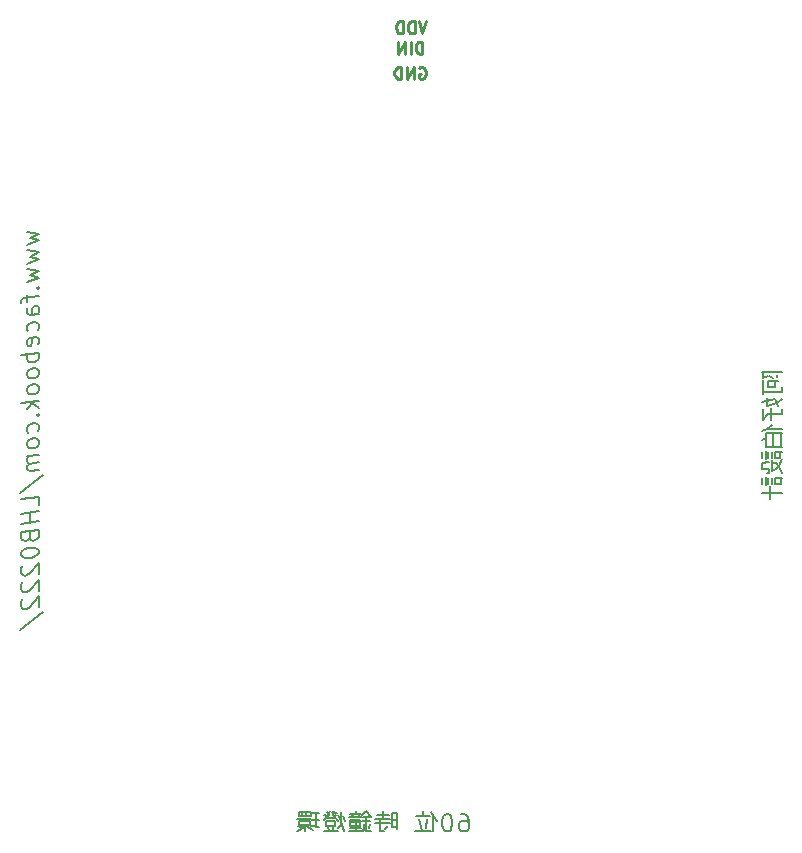
<source format=gbr>
%TF.GenerationSoftware,KiCad,Pcbnew,(6.0.4)*%
%TF.CreationDate,2022-06-17T20:48:29+08:00*%
%TF.ProjectId,WS2812_2020_60bit,57533238-3132-45f3-9230-32305f363062,rev?*%
%TF.SameCoordinates,Original*%
%TF.FileFunction,Legend,Bot*%
%TF.FilePolarity,Positive*%
%FSLAX46Y46*%
G04 Gerber Fmt 4.6, Leading zero omitted, Abs format (unit mm)*
G04 Created by KiCad (PCBNEW (6.0.4)) date 2022-06-17 20:48:29*
%MOMM*%
%LPD*%
G01*
G04 APERTURE LIST*
%ADD10C,0.250000*%
%ADD11C,0.200000*%
G04 APERTURE END LIST*
D10*
X233886133Y-41635580D02*
X233552800Y-42635580D01*
X233219466Y-41635580D01*
X232886133Y-42635580D02*
X232886133Y-41635580D01*
X232648038Y-41635580D01*
X232505180Y-41683200D01*
X232409942Y-41778438D01*
X232362323Y-41873676D01*
X232314704Y-42064152D01*
X232314704Y-42207009D01*
X232362323Y-42397485D01*
X232409942Y-42492723D01*
X232505180Y-42587961D01*
X232648038Y-42635580D01*
X232886133Y-42635580D01*
X231886133Y-42635580D02*
X231886133Y-41635580D01*
X231648038Y-41635580D01*
X231505180Y-41683200D01*
X231409942Y-41778438D01*
X231362323Y-41873676D01*
X231314704Y-42064152D01*
X231314704Y-42207009D01*
X231362323Y-42397485D01*
X231409942Y-42492723D01*
X231505180Y-42587961D01*
X231648038Y-42635580D01*
X231886133Y-42635580D01*
X233274704Y-45553200D02*
X233369942Y-45505580D01*
X233512800Y-45505580D01*
X233655657Y-45553200D01*
X233750895Y-45648438D01*
X233798514Y-45743676D01*
X233846133Y-45934152D01*
X233846133Y-46077009D01*
X233798514Y-46267485D01*
X233750895Y-46362723D01*
X233655657Y-46457961D01*
X233512800Y-46505580D01*
X233417561Y-46505580D01*
X233274704Y-46457961D01*
X233227085Y-46410342D01*
X233227085Y-46077009D01*
X233417561Y-46077009D01*
X232798514Y-46505580D02*
X232798514Y-45505580D01*
X232227085Y-46505580D01*
X232227085Y-45505580D01*
X231750895Y-46505580D02*
X231750895Y-45505580D01*
X231512800Y-45505580D01*
X231369942Y-45553200D01*
X231274704Y-45648438D01*
X231227085Y-45743676D01*
X231179466Y-45934152D01*
X231179466Y-46077009D01*
X231227085Y-46267485D01*
X231274704Y-46362723D01*
X231369942Y-46457961D01*
X231512800Y-46505580D01*
X231750895Y-46505580D01*
D11*
X262399942Y-71983200D02*
X262399942Y-73197485D01*
X263399942Y-72054628D02*
X263399942Y-72626057D01*
X263542800Y-71554628D02*
X263542800Y-71768914D01*
X263971371Y-72554628D02*
X263971371Y-72983200D01*
X262328514Y-71340342D02*
X263971371Y-71340342D01*
X262828514Y-72054628D02*
X263614228Y-72054628D01*
X262828514Y-72054628D02*
X262828514Y-72626057D01*
X263399942Y-72626057D01*
X262399942Y-72983200D02*
X263971371Y-72983200D01*
X262899942Y-71697485D02*
X263257085Y-71840342D01*
X262399942Y-71340342D02*
X262399942Y-71840342D01*
X262828514Y-71626057D01*
X263042800Y-74340342D02*
X263042800Y-75411771D01*
X263971371Y-74483200D02*
X263971371Y-74840342D01*
X262757085Y-74840342D02*
X263971371Y-74840342D01*
X262399942Y-74411771D02*
X262399942Y-75340342D01*
X262757085Y-74983200D01*
X262257085Y-73840342D02*
X263399942Y-73626057D01*
X263614228Y-74197485D01*
X262685657Y-73554628D02*
X262685657Y-74197485D01*
X263542800Y-73983200D01*
X263971371Y-73626057D01*
X263257085Y-76483200D02*
X263257085Y-77626057D01*
X263899942Y-76483200D02*
X263899942Y-77626057D01*
X262685657Y-76126057D02*
X263971371Y-76126057D01*
X262614228Y-76483200D02*
X263971371Y-76483200D01*
X262614228Y-76483200D02*
X262614228Y-77626057D01*
X263971371Y-77626057D01*
X262257085Y-77054628D02*
X262614228Y-76911771D01*
X262328514Y-76340342D02*
X262757085Y-76126057D01*
X263114228Y-75768914D01*
X262328514Y-78126057D02*
X262328514Y-78626057D01*
X262614228Y-77983200D02*
X262614228Y-78697485D01*
X262828514Y-78054628D02*
X262828514Y-78626057D01*
X262899942Y-79554628D02*
X262899942Y-79840342D01*
X263114228Y-78054628D02*
X263114228Y-78626057D01*
X263828514Y-78054628D02*
X263828514Y-78626057D01*
X263399942Y-78054628D02*
X263971371Y-78054628D01*
X263399942Y-78054628D02*
X263399942Y-78626057D01*
X263828514Y-78626057D01*
X262328514Y-78983200D02*
X262328514Y-79554628D01*
X262899942Y-79554628D01*
X262685657Y-79840342D02*
X262899942Y-79840342D01*
X263185657Y-78983200D02*
X263471371Y-79054628D01*
X263757085Y-79340342D01*
X263971371Y-79840342D01*
X263114228Y-78768914D02*
X263114228Y-79697485D01*
X263471371Y-79554628D01*
X263757085Y-79268914D01*
X263971371Y-78697485D01*
X262328514Y-78983200D02*
X262899942Y-78911771D01*
X262328514Y-80268914D02*
X262328514Y-80840342D01*
X262614228Y-80197485D02*
X262614228Y-80911771D01*
X262828514Y-80268914D02*
X262828514Y-80840342D01*
X262971371Y-80983200D02*
X262971371Y-82054628D01*
X263114228Y-80268914D02*
X263114228Y-80840342D01*
X263899942Y-80268914D02*
X263899942Y-80840342D01*
X263399942Y-80268914D02*
X263971371Y-80268914D01*
X263399942Y-80268914D02*
X263399942Y-80840342D01*
X263828514Y-80840342D01*
X262257085Y-81554628D02*
X263971371Y-81554628D01*
D10*
X233546609Y-44355580D02*
X233546609Y-43355580D01*
X233308514Y-43355580D01*
X233165657Y-43403200D01*
X233070419Y-43498438D01*
X233022800Y-43593676D01*
X232975180Y-43784152D01*
X232975180Y-43927009D01*
X233022800Y-44117485D01*
X233070419Y-44212723D01*
X233165657Y-44307961D01*
X233308514Y-44355580D01*
X233546609Y-44355580D01*
X232546609Y-44355580D02*
X232546609Y-43355580D01*
X232070419Y-44355580D02*
X232070419Y-43355580D01*
X231498990Y-44355580D01*
X231498990Y-43355580D01*
D11*
X200071371Y-59450476D02*
X201071371Y-59611191D01*
X200357085Y-59986191D01*
X201071371Y-60182619D01*
X200071371Y-60593333D01*
X200071371Y-61021905D02*
X201071371Y-61182619D01*
X200357085Y-61557619D01*
X201071371Y-61754048D01*
X200071371Y-62164762D01*
X200071371Y-62593333D02*
X201071371Y-62754048D01*
X200357085Y-63129048D01*
X201071371Y-63325476D01*
X200071371Y-63736191D01*
X200928514Y-64200476D02*
X200999942Y-64262976D01*
X201071371Y-64182619D01*
X200999942Y-64120119D01*
X200928514Y-64200476D01*
X201071371Y-64182619D01*
X200071371Y-64807619D02*
X200071371Y-65379048D01*
X201071371Y-64896905D02*
X199785657Y-65057619D01*
X199642800Y-65146905D01*
X199571371Y-65298691D01*
X199571371Y-65441548D01*
X201071371Y-66396905D02*
X200285657Y-66495119D01*
X200142800Y-66441548D01*
X200071371Y-66307619D01*
X200071371Y-66021905D01*
X200142800Y-65870119D01*
X200999942Y-66405833D02*
X201071371Y-66254048D01*
X201071371Y-65896905D01*
X200999942Y-65762976D01*
X200857085Y-65709405D01*
X200714228Y-65727262D01*
X200571371Y-65816548D01*
X200499942Y-65968333D01*
X200499942Y-66325476D01*
X200428514Y-66477262D01*
X200999942Y-67762976D02*
X201071371Y-67611191D01*
X201071371Y-67325476D01*
X200999942Y-67191548D01*
X200928514Y-67129048D01*
X200785657Y-67075476D01*
X200357085Y-67129048D01*
X200214228Y-67218333D01*
X200142800Y-67298691D01*
X200071371Y-67450476D01*
X200071371Y-67736191D01*
X200142800Y-67870119D01*
X200999942Y-68977262D02*
X201071371Y-68825476D01*
X201071371Y-68539762D01*
X200999942Y-68405833D01*
X200857085Y-68352262D01*
X200285657Y-68423691D01*
X200142800Y-68512976D01*
X200071371Y-68664762D01*
X200071371Y-68950476D01*
X200142800Y-69084405D01*
X200285657Y-69137976D01*
X200428514Y-69120119D01*
X200571371Y-68387976D01*
X201071371Y-69682619D02*
X199571371Y-69870119D01*
X200142800Y-69798691D02*
X200071371Y-69950476D01*
X200071371Y-70236191D01*
X200142800Y-70370119D01*
X200214228Y-70432619D01*
X200357085Y-70486191D01*
X200785657Y-70432619D01*
X200928514Y-70343333D01*
X200999942Y-70262976D01*
X201071371Y-70111191D01*
X201071371Y-69825476D01*
X200999942Y-69691548D01*
X201071371Y-71254048D02*
X200999942Y-71120119D01*
X200928514Y-71057619D01*
X200785657Y-71004048D01*
X200357085Y-71057619D01*
X200214228Y-71146905D01*
X200142800Y-71227262D01*
X200071371Y-71379048D01*
X200071371Y-71593333D01*
X200142800Y-71727262D01*
X200214228Y-71789762D01*
X200357085Y-71843333D01*
X200785657Y-71789762D01*
X200928514Y-71700476D01*
X200999942Y-71620119D01*
X201071371Y-71468333D01*
X201071371Y-71254048D01*
X201071371Y-72611191D02*
X200999942Y-72477262D01*
X200928514Y-72414762D01*
X200785657Y-72361191D01*
X200357085Y-72414762D01*
X200214228Y-72504048D01*
X200142800Y-72584405D01*
X200071371Y-72736191D01*
X200071371Y-72950476D01*
X200142800Y-73084405D01*
X200214228Y-73146905D01*
X200357085Y-73200476D01*
X200785657Y-73146905D01*
X200928514Y-73057619D01*
X200999942Y-72977262D01*
X201071371Y-72825476D01*
X201071371Y-72611191D01*
X201071371Y-73754048D02*
X199571371Y-73941548D01*
X200499942Y-73968333D02*
X201071371Y-74325476D01*
X200071371Y-74450476D02*
X200642800Y-73807619D01*
X200928514Y-74986191D02*
X200999942Y-75048691D01*
X201071371Y-74968333D01*
X200999942Y-74905833D01*
X200928514Y-74986191D01*
X201071371Y-74968333D01*
X200999942Y-76334405D02*
X201071371Y-76182619D01*
X201071371Y-75896905D01*
X200999942Y-75762976D01*
X200928514Y-75700476D01*
X200785657Y-75646905D01*
X200357085Y-75700476D01*
X200214228Y-75789762D01*
X200142800Y-75870119D01*
X200071371Y-76021905D01*
X200071371Y-76307619D01*
X200142800Y-76441548D01*
X201071371Y-77182619D02*
X200999942Y-77048691D01*
X200928514Y-76986191D01*
X200785657Y-76932619D01*
X200357085Y-76986191D01*
X200214228Y-77075476D01*
X200142800Y-77155833D01*
X200071371Y-77307619D01*
X200071371Y-77521905D01*
X200142800Y-77655833D01*
X200214228Y-77718333D01*
X200357085Y-77771905D01*
X200785657Y-77718333D01*
X200928514Y-77629048D01*
X200999942Y-77548691D01*
X201071371Y-77396905D01*
X201071371Y-77182619D01*
X201071371Y-78325476D02*
X200071371Y-78450476D01*
X200214228Y-78432619D02*
X200142800Y-78512976D01*
X200071371Y-78664762D01*
X200071371Y-78879048D01*
X200142800Y-79012976D01*
X200285657Y-79066548D01*
X201071371Y-78968333D01*
X200285657Y-79066548D02*
X200142800Y-79155833D01*
X200071371Y-79307619D01*
X200071371Y-79521905D01*
X200142800Y-79655833D01*
X200285657Y-79709405D01*
X201071371Y-79611191D01*
X199499942Y-81593333D02*
X201428514Y-80066548D01*
X201071371Y-82611191D02*
X201071371Y-81896905D01*
X199571371Y-82084405D01*
X201071371Y-83111191D02*
X199571371Y-83298691D01*
X200285657Y-83209405D02*
X200285657Y-84066548D01*
X201071371Y-83968333D02*
X199571371Y-84155833D01*
X200285657Y-85280833D02*
X200357085Y-85486191D01*
X200428514Y-85548691D01*
X200571371Y-85602262D01*
X200785657Y-85575476D01*
X200928514Y-85486191D01*
X200999942Y-85405833D01*
X201071371Y-85254048D01*
X201071371Y-84682619D01*
X199571371Y-84870119D01*
X199571371Y-85370119D01*
X199642800Y-85504048D01*
X199714228Y-85566548D01*
X199857085Y-85620119D01*
X199999942Y-85602262D01*
X200142800Y-85512976D01*
X200214228Y-85432619D01*
X200285657Y-85280833D01*
X200285657Y-84780833D01*
X199571371Y-86655833D02*
X199571371Y-86798691D01*
X199642800Y-86932619D01*
X199714228Y-86995119D01*
X199857085Y-87048691D01*
X200142800Y-87084405D01*
X200499942Y-87039762D01*
X200785657Y-86932619D01*
X200928514Y-86843333D01*
X200999942Y-86762976D01*
X201071371Y-86611191D01*
X201071371Y-86468333D01*
X200999942Y-86334405D01*
X200928514Y-86271905D01*
X200785657Y-86218333D01*
X200499942Y-86182619D01*
X200142800Y-86227262D01*
X199857085Y-86334405D01*
X199714228Y-86423691D01*
X199642800Y-86504048D01*
X199571371Y-86655833D01*
X199714228Y-87709405D02*
X199642800Y-87789762D01*
X199571371Y-87941548D01*
X199571371Y-88298691D01*
X199642800Y-88432619D01*
X199714228Y-88495119D01*
X199857085Y-88548691D01*
X199999942Y-88530833D01*
X200214228Y-88432619D01*
X201071371Y-87468333D01*
X201071371Y-88396905D01*
X199714228Y-89137976D02*
X199642800Y-89218333D01*
X199571371Y-89370119D01*
X199571371Y-89727262D01*
X199642800Y-89861191D01*
X199714228Y-89923691D01*
X199857085Y-89977262D01*
X199999942Y-89959405D01*
X200214228Y-89861191D01*
X201071371Y-88896905D01*
X201071371Y-89825476D01*
X199714228Y-90566548D02*
X199642800Y-90646905D01*
X199571371Y-90798691D01*
X199571371Y-91155833D01*
X199642800Y-91289762D01*
X199714228Y-91352262D01*
X199857085Y-91405833D01*
X199999942Y-91387976D01*
X200214228Y-91289762D01*
X201071371Y-90325476D01*
X201071371Y-91254048D01*
X199499942Y-93164762D02*
X201428514Y-91637976D01*
X236788514Y-108721771D02*
X237074228Y-108721771D01*
X237217085Y-108793200D01*
X237288514Y-108864628D01*
X237431371Y-109078914D01*
X237502800Y-109364628D01*
X237502800Y-109936057D01*
X237431371Y-110078914D01*
X237359942Y-110150342D01*
X237217085Y-110221771D01*
X236931371Y-110221771D01*
X236788514Y-110150342D01*
X236717085Y-110078914D01*
X236645657Y-109936057D01*
X236645657Y-109578914D01*
X236717085Y-109436057D01*
X236788514Y-109364628D01*
X236931371Y-109293200D01*
X237217085Y-109293200D01*
X237359942Y-109364628D01*
X237431371Y-109436057D01*
X237502800Y-109578914D01*
X235717085Y-108721771D02*
X235574228Y-108721771D01*
X235431371Y-108793200D01*
X235359942Y-108864628D01*
X235288514Y-109007485D01*
X235217085Y-109293200D01*
X235217085Y-109650342D01*
X235288514Y-109936057D01*
X235359942Y-110078914D01*
X235431371Y-110150342D01*
X235574228Y-110221771D01*
X235717085Y-110221771D01*
X235859942Y-110150342D01*
X235931371Y-110078914D01*
X236002800Y-109936057D01*
X236074228Y-109650342D01*
X236074228Y-109293200D01*
X236002800Y-109007485D01*
X235931371Y-108864628D01*
X235859942Y-108793200D01*
X235717085Y-108721771D01*
X234217085Y-108936057D02*
X233002800Y-108936057D01*
X234288514Y-110150342D02*
X232931371Y-110150342D01*
X234431371Y-108864628D02*
X234431371Y-110221771D01*
X233574228Y-108507485D02*
X233574228Y-108936057D01*
X233217085Y-109150342D02*
X233502800Y-110150342D01*
X233931371Y-109150342D02*
X233859942Y-109936057D01*
X234288514Y-108578914D02*
X234502800Y-109007485D01*
X234788514Y-109293200D01*
X230717085Y-108793200D02*
X229717085Y-108793200D01*
X230788514Y-109150342D02*
X229574228Y-109150342D01*
X231431371Y-109221771D02*
X230931371Y-109221771D01*
X230788514Y-109507485D02*
X229574228Y-109507485D01*
X231431371Y-109864628D02*
X230931371Y-109864628D01*
X230288514Y-110221771D02*
X229931371Y-110221771D01*
X231431371Y-108650342D02*
X231431371Y-110007485D01*
X231431371Y-108650342D02*
X230931371Y-108650342D01*
X230931371Y-109864628D01*
X230217085Y-108507485D02*
X230217085Y-109150342D01*
X229931371Y-109150342D02*
X229931371Y-110221771D01*
X230645657Y-109721771D02*
X230359942Y-110007485D01*
X228359942Y-108721771D02*
X227431371Y-108721771D01*
X229074228Y-109007485D02*
X228502799Y-109007485D01*
X228431371Y-109007485D02*
X227359942Y-109007485D01*
X229145657Y-109364628D02*
X228431371Y-109364628D01*
X228288514Y-109436057D02*
X227431371Y-109436057D01*
X228288514Y-109721771D02*
X227431371Y-109721771D01*
X228359942Y-109936057D02*
X227431371Y-109936057D01*
X228502799Y-110221771D02*
X227359942Y-110221771D01*
X228788514Y-109007485D02*
X228788514Y-110150342D01*
X228574228Y-109578914D02*
X228574228Y-109936057D01*
X228288514Y-109221771D02*
X228288514Y-109721771D01*
X227931371Y-108507485D02*
X227931371Y-108721771D01*
X227931371Y-109221771D02*
X227931371Y-110221771D01*
X228288514Y-109221771D02*
X227431371Y-109221771D01*
X227431371Y-109721771D01*
X228788514Y-108507485D02*
X228431371Y-108864628D01*
X228788514Y-108507485D02*
X229217085Y-109007485D01*
X229074228Y-109578914D02*
X229002799Y-109936057D01*
X228145657Y-108793200D02*
X228145657Y-109007485D01*
X227574228Y-108793200D02*
X227717085Y-109007485D01*
X228431371Y-110078914D02*
X229217085Y-110221771D01*
X226074228Y-109078914D02*
X225502799Y-109078914D01*
X226145657Y-109721771D02*
X225359942Y-109721771D01*
X226359942Y-110221771D02*
X225217085Y-110221771D01*
X226145657Y-109364628D02*
X226145657Y-109721771D01*
X226145657Y-109364628D02*
X225359942Y-109364628D01*
X225359942Y-109721771D01*
X226645657Y-108578914D02*
X226645657Y-109650342D01*
X226359942Y-109936057D01*
X225645657Y-108793200D02*
X225217085Y-109221771D01*
X225217085Y-108793200D02*
X225502799Y-108936057D01*
X226217085Y-108793200D02*
X226074228Y-108936057D01*
X226431371Y-109293200D01*
X225431371Y-108578914D02*
X225645657Y-108793200D01*
X226002799Y-109864628D02*
X226002799Y-110078914D01*
X225717085Y-108507485D02*
X225574228Y-108936057D01*
X225502799Y-109793200D02*
X225645657Y-110078914D01*
X226431371Y-108864628D02*
X226574228Y-109150342D01*
X226717085Y-109650342D02*
X226931371Y-110221771D01*
X226288514Y-108650342D02*
X225859942Y-108578914D01*
X226074228Y-109007485D01*
X226859942Y-108936057D02*
X227002799Y-109293200D01*
X226645657Y-109293200D02*
X226788514Y-110007485D01*
X224788514Y-108650342D02*
X224217085Y-108650342D01*
X224074228Y-108936057D02*
X223074228Y-108936057D01*
X224145657Y-109150342D02*
X222931371Y-109150342D01*
X224788514Y-109221771D02*
X224217085Y-109221771D01*
X224002799Y-109650342D02*
X223074228Y-109650342D01*
X224502799Y-108650342D02*
X224502799Y-109793200D01*
X224074228Y-108578914D02*
X224074228Y-108864628D01*
X224002799Y-109293200D02*
X224002799Y-109650342D01*
X223717085Y-108578914D02*
X223717085Y-108864628D01*
X223645657Y-109721771D02*
X223645657Y-110221771D01*
X223359942Y-108578914D02*
X223359942Y-108864628D01*
X224002799Y-109293200D02*
X223074228Y-109293200D01*
X223074228Y-109650342D01*
X224074228Y-108578914D02*
X223074228Y-108578914D01*
X223074228Y-108864628D01*
X223502799Y-109650342D02*
X223431371Y-109864628D01*
X223217085Y-110078914D01*
X222931371Y-110221771D01*
X223717085Y-109793200D02*
X224288514Y-110078914D01*
X223002799Y-109793200D02*
X223431371Y-109936057D01*
X224145657Y-109721771D02*
X224788514Y-109864628D01*
M02*

</source>
